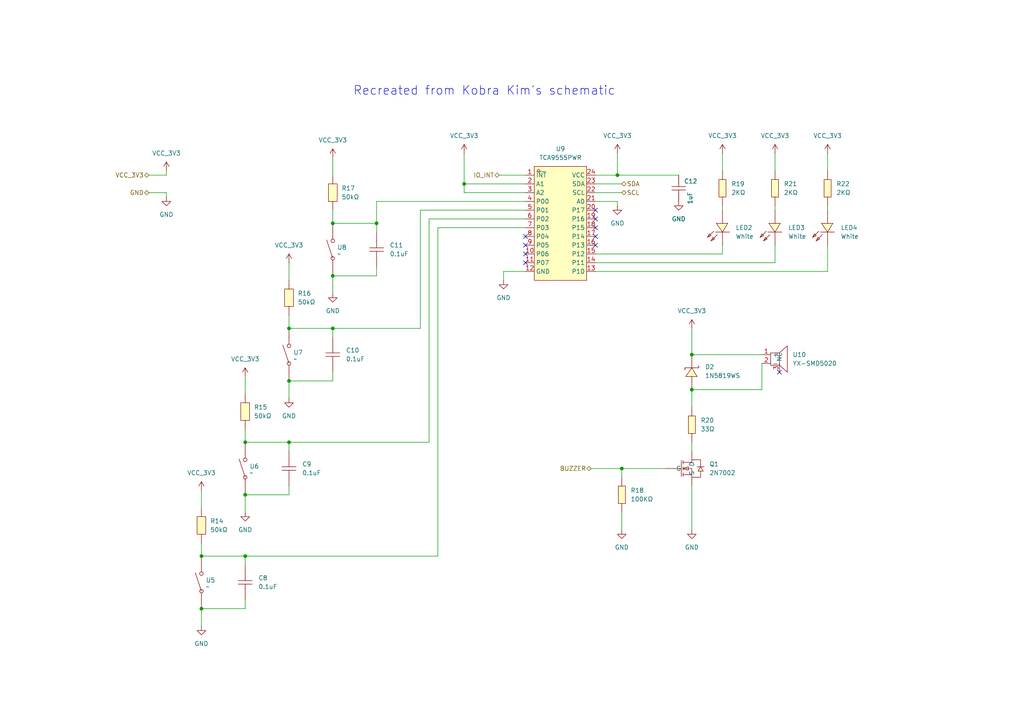
<source format=kicad_sch>
(kicad_sch (version 20250114) (generator "eeschema") (generator_version "9.0")
  (paper "A4")
  (title_block (title "IO/LED/Buzzer"))
  (lib_symbols
    (symbol "CL10A105KO8NNNC_1" (pin_numbers (hide yes)) (pin_names (hide yes))
      (property "Reference" "C" (at 0 5.08 0))
      (property "Value" "CL10A105KO8NNNC" (at 0 -5.08 0))
      (symbol "CL10A105KO8NNNC_1_0_1"
        (polyline (pts (xy -1.27 0) (xy -0.51 0)))
        (polyline (pts (xy -0.51 2.03) (xy -0.51 -2.03)))
        (polyline (pts (xy 0.51 2.03) (xy 0.51 -2.03)))
        (polyline (pts (xy 0.51 0) (xy 1.27 0)))
        (pin input line (at -3.81 0 0) (length 2.54) (name "1") (number "1"))
        (pin input line (at 3.81 0 180) (length 2.54) (name "2") (number "2"))
      )
    )
    (symbol "JLCPCB:0603WAF1003T5E" (pin_numbers (hide yes)) (pin_names (hide yes))
      (property "Reference" "R" (at 0 5.08 0))
      (property "Value" "0603WAF1003T5E" (at 0 -5.08 0))
      (symbol "0603WAF1003T5E_0_1"
        (rectangle (start -2.54 1.02) (end 2.54 -1.02) (fill (type background)))
        (pin input line (at -5.08 0 0) (length 2.54) (name "1") (number "1"))
        (pin input line (at 5.08 0 180) (length 2.54) (name "2") (number "2"))
      )
    )
    (symbol "JLCPCB:0603WAF2001T5E" (pin_numbers (hide yes)) (pin_names (hide yes))
      (property "Reference" "R" (at 0 5.08 0))
      (property "Value" "0603WAF2001T5E" (at 0 -5.08 0))
      (symbol "0603WAF2001T5E_0_1"
        (rectangle (start -2.54 1.02) (end 2.54 -1.02) (fill (type background)))
        (pin input line (at -5.08 0 0) (length 2.54) (name "1") (number "1"))
        (pin input line (at 5.08 0 180) (length 2.54) (name "2") (number "2"))
      )
    )
    (symbol "JLCPCB:0603WAF330JT5E" (pin_numbers (hide yes)) (pin_names (hide yes))
      (property "Reference" "R" (at 0 5.08 0))
      (property "Value" "0603WAF330JT5E" (at 0 -5.08 0))
      (symbol "0603WAF330JT5E_0_1"
        (rectangle (start -2.54 1.02) (end 2.54 -1.02) (fill (type background)))
        (pin input line (at -5.08 0 0) (length 2.54) (name "1") (number "1"))
        (pin input line (at 5.08 0 180) (length 2.54) (name "2") (number "2"))
      )
    )
    (symbol "JLCPCB:0603Whitelight_C2290" (pin_numbers (hide yes)) (pin_names (hide yes))
      (property "Reference" "LED" (at 0 3.81 0))
      (property "Value" "0603White light_C2290" (at 0 -6.35 0))
      (symbol "0603Whitelight_C2290_0_1"
        (polyline (pts (xy -3.81 2.03) (xy -2.79 1.52) (xy -3.3 1.02) (xy -3.81 2.03)) (fill (type background)))
        (polyline (pts (xy -2.79 3.05) (xy -1.78 2.54) (xy -2.29 2.03) (xy -2.79 3.05)) (fill (type background)))
        (polyline (pts (xy -2.03 0.25) (xy -3.81 2.03)))
        (polyline (pts (xy -1.27 0.76) (xy -1.27 -3.3)))
        (polyline (pts (xy -1.02 1.27) (xy -2.79 3.05)))
        (polyline (pts (xy 1.27 -2.79) (xy -1.27 -1.27) (xy 1.27 0.51) (xy 1.27 -2.79)) (fill (type background)))
        (pin unspecified line (at -5.08 -1.27 0) (length 3.81) (name "K") (number "2"))
        (pin unspecified line (at 5.08 -1.27 180) (length 3.81) (name "A") (number "1"))
      )
    )
    (symbol "JLCPCB:1N5819WS" (pin_numbers (hide yes)) (pin_names (hide yes))
      (property "Reference" "D" (at 0 5.08 0))
      (property "Value" "1N5819WS" (at 0 -5.08 0))
      (symbol "1N5819WS_0_1"
        (polyline (pts (xy -1.27 0) (xy -1.27 2.03) (xy -1.78 2.03) (xy -1.78 1.78)))
        (polyline (pts (xy -1.27 0) (xy -1.27 -2.03) (xy -0.76 -2.03) (xy -0.76 -1.78)))
        (polyline (pts (xy 1.27 1.52) (xy -1.27 0) (xy 1.27 -1.78) (xy 1.27 1.52)) (fill (type background)))
        (pin unspecified line (at -5.08 0 0) (length 3.81) (name "K") (number "1"))
        (pin unspecified line (at 5.08 0 180) (length 3.81) (name "A") (number "2"))
      )
    )
    (symbol "JLCPCB:2N7002" (pin_numbers (hide yes))
      (property "Reference" "Q" (at 0 10.16 0))
      (property "Value" "2N7002" (at 0 -10.16 0))
      (symbol "2N7002_0_1"
        (polyline (pts (xy -2.54 0) (xy -0.51 0)))
        (polyline (pts (xy -0.51 2.29) (xy -0.51 -2.29)))
        (polyline (pts (xy 0 2.29) (xy 0 1.27)))
        (polyline (pts (xy 0 1.78) (xy 2.54 1.78) (xy 2.54 2.54) (xy 5.08 2.54) (xy 5.08 0.51)))
        (polyline (pts (xy 0 0) (xy 1.52 -0.51) (xy 1.52 0.51) (xy 0 0)) (fill (type background)))
        (polyline (pts (xy 0 0) (xy 2.54 0) (xy 2.54 -2.54) (xy 5.08 -2.54) (xy 5.08 -0.76)))
        (polyline (pts (xy 0 -0.51) (xy 0 0.51)))
        (polyline (pts (xy 0 -2.29) (xy 0 -1.27)))
        (polyline (pts (xy 2.54 -1.78) (xy 0 -1.78)))
        (polyline (pts (xy 5.08 0.51) (xy 4.32 -0.76) (xy 5.84 -0.76) (xy 5.08 0.51)) (fill (type background)))
        (polyline (pts (xy 6.1 0.51) (xy 5.59 0.51) (xy 4.57 0.51) (xy 4.06 0.51)))
        (pin unspecified line (at -5.08 0 0) (length 2.54) (name "G") (number "1"))
        (pin unspecified line (at 2.54 5.08 270) (length 2.54) (name "D") (number "3"))
        (pin unspecified line (at 2.54 -5.08 90) (length 2.54) (name "S") (number "2"))
      )
    )
    (symbol "JLCPCB:CC0603KRX7R9BB104" (pin_numbers (hide yes)) (pin_names (hide yes))
      (property "Reference" "C" (at 0 5.08 0))
      (property "Value" "CC0603KRX7R9BB104" (at 0 -5.08 0))
      (symbol "CC0603KRX7R9BB104_0_1"
        (polyline (pts (xy -0.51 0) (xy -2.54 0)))
        (polyline (pts (xy -0.51 -2.03) (xy -0.51 2.03)))
        (polyline (pts (xy 0.51 2.03) (xy 0.51 -2.03)))
        (polyline (pts (xy 2.54 0) (xy 0.51 0)))
        (pin unspecified line (at -5.08 0 0) (length 2.54) (name "1") (number "1"))
        (pin unspecified line (at 5.08 0 180) (length 2.54) (name "2") (number "2"))
      )
    )
    (symbol "JLCPCB:K2-1109DF-E4SW-04" (pin_numbers (hide yes)) (pin_names (hide yes))
      (property "Reference" "U" (at 0 5.08 0))
      (property "Value" "K2-1109DF-E4SW-04" (at 0 -5.08 0))
      (symbol "K2-1109DF-E4SW-04_0_1"
        (polyline (pts (xy -3.05 0) (xy -5.08 0)))
        (circle (center -2.54 0) (radius 0.51))
        (polyline (pts (xy -2.54 0) (xy 2.79 1.78)))
        (circle (center 2.54 0) (radius 0.51))
        (polyline (pts (xy 3.05 0) (xy 5.08 0)))
        (pin unspecified line (at -7.62 0 0) (length 2.54) (name "1") (number "1"))
        (pin unspecified line (at 7.62 0 180) (length 2.54) (name "2") (number "2"))
      )
    )
    (symbol "JLCPCB:RT0603BRD0750KL" (pin_numbers (hide yes)) (pin_names (hide yes))
      (property "Reference" "R" (at 0 5.08 0))
      (property "Value" "RT0603BRD0750KL" (at 0 -5.08 0))
      (symbol "RT0603BRD0750KL_0_1"
        (rectangle (start -2.54 1.27) (end 2.54 -1.27) (fill (type background)))
        (pin unspecified line (at -5.08 0 0) (length 2.54) (name "1") (number "1"))
        (pin unspecified line (at 5.08 0 180) (length 2.54) (name "2") (number "2"))
      )
    )
    (symbol "JLCPCB:TCA9555PWR"
      (property "Reference" "U" (at 0 19.05 0))
      (property "Value" "TCA9555PWR" (at 0 -19.05 0))
      (symbol "TCA9555PWR_0_1"
        (rectangle (start -7.62 16.51) (end 7.62 -16.51) (fill (type background)))
        (circle (center -6.35 15.24) (radius 0.38))
        (pin unspecified line (at -10.16 13.97 0) (length 2.54) (name "~{INT}") (number "1"))
        (pin unspecified line (at -10.16 11.43 0) (length 2.54) (name "A1") (number "2"))
        (pin unspecified line (at -10.16 8.89 0) (length 2.54) (name "A2") (number "3"))
        (pin unspecified line (at -10.16 6.35 0) (length 2.54) (name "P00") (number "4"))
        (pin unspecified line (at -10.16 3.81 0) (length 2.54) (name "P01") (number "5"))
        (pin unspecified line (at -10.16 1.27 0) (length 2.54) (name "P02") (number "6"))
        (pin unspecified line (at -10.16 -1.27 0) (length 2.54) (name "P03") (number "7"))
        (pin unspecified line (at -10.16 -3.81 0) (length 2.54) (name "P04") (number "8"))
        (pin unspecified line (at -10.16 -6.35 0) (length 2.54) (name "P05") (number "9"))
        (pin unspecified line (at -10.16 -8.89 0) (length 2.54) (name "P06") (number "10"))
        (pin unspecified line (at -10.16 -11.43 0) (length 2.54) (name "P07") (number "11"))
        (pin unspecified line (at -10.16 -13.97 0) (length 2.54) (name "GND") (number "12"))
        (pin unspecified line (at 10.16 13.97 180) (length 2.54) (name "VCC") (number "24"))
        (pin unspecified line (at 10.16 11.43 180) (length 2.54) (name "SDA") (number "23"))
        (pin unspecified line (at 10.16 8.89 180) (length 2.54) (name "SCL") (number "22"))
        (pin unspecified line (at 10.16 6.35 180) (length 2.54) (name "A0") (number "21"))
        (pin unspecified line (at 10.16 3.81 180) (length 2.54) (name "P17") (number "20"))
        (pin unspecified line (at 10.16 1.27 180) (length 2.54) (name "P16") (number "19"))
        (pin unspecified line (at 10.16 -1.27 180) (length 2.54) (name "P15") (number "18"))
        (pin unspecified line (at 10.16 -3.81 180) (length 2.54) (name "P14") (number "17"))
        (pin unspecified line (at 10.16 -6.35 180) (length 2.54) (name "P13") (number "16"))
        (pin unspecified line (at 10.16 -8.89 180) (length 2.54) (name "P12") (number "15"))
        (pin unspecified line (at 10.16 -11.43 180) (length 2.54) (name "P11") (number "14"))
        (pin unspecified line (at 10.16 -13.97 180) (length 2.54) (name "P10") (number "13"))
      )
    )
    (symbol "JLCPCB:YX-SMD5020"
      (property "Reference" "U" (at 0 5.08 0))
      (property "Value" "YX-SMD5020" (at 0 -10.16 0))
      (symbol "YX-SMD5020_0_1"
        (polyline (pts (xy -2.54 0.51) (xy -2.54 -3.05)))
        (polyline (pts (xy -2.54 0.51) (xy 0 0.51)))
        (polyline (pts (xy -2.54 -3.05) (xy 0 -3.05)))
        (polyline (pts (xy 0 0.51) (xy 0 -3.05)))
        (polyline (pts (xy 0 -3.05) (xy 2.29 -5.08)))
        (polyline (pts (xy 2.29 2.54) (xy 0 0.51)))
        (polyline (pts (xy 2.29 2.54) (xy 2.29 -5.08)))
        (pin unspecified line (at -5.08 0 0) (length 2.54) (name "+") (number "1"))
        (pin unspecified line (at -5.08 -2.54 0) (length 2.54) (name "-") (number "2"))
        (pin unspecified line (at 0 -5.08 90) (length 2.54) (name "NC") (number "3"))
      )
    )
    (symbol "power:GND" (power) (pin_numbers (hide yes)) (pin_names (offset 0) (hide yes))
      (property "Value" "GND" (at 0 -3.81 0))
      (symbol "GND_0_1"
        (polyline (pts (xy 0 0) (xy 0 -1.27) (xy 1.27 -1.27) (xy 0 -2.54) (xy -1.27 -1.27) (xy 0 -1.27)))
      )
      (symbol "GND_1_1"
        (pin power_in line (at 0 0 270) (length 0) (name "~") (number "1"))
      )
    )
    (symbol "power:VCC" (power) (pin_numbers (hide yes)) (pin_names (offset 0) (hide yes))
      (property "Value" "VCC" (at 0 3.556 0))
      (symbol "VCC_0_1"
        (polyline (pts (xy -0.762 1.27) (xy 0 2.54)))
        (polyline (pts (xy 0 2.54) (xy 0.762 1.27)))
        (polyline (pts (xy 0 0) (xy 0 2.54)))
      )
      (symbol "VCC_1_1"
        (pin power_in line (at 0 0 90) (length 0) (name "~") (number "1"))
      )
    )
  )
  (text "Recreated from Kobra Kim's schematic" (at 140.462 26.416 0) (effects (font (size 2.54 2.54))))
  (junction (at 200.66 113.03))
  (junction (at 71.12 161.29))
  (junction (at 96.52 64.77))
  (junction (at 180.34 135.89))
  (junction (at 71.12 128.27))
  (junction (at 58.42 176.53))
  (junction (at 134.62 53.34))
  (junction (at 200.66 102.87))
  (junction (at 83.82 110.49))
  (junction (at 71.12 143.51))
  (junction (at 96.52 95.25))
  (junction (at 109.22 64.77))
  (junction (at 83.82 128.27))
  (junction (at 179.07 50.8))
  (junction (at 96.52 80.01))
  (junction (at 83.82 95.25))
  (junction (at 58.42 161.29))
  (no_connect (at 172.72 63.5))
  (no_connect (at 152.4 71.12))
  (no_connect (at 172.72 60.96))
  (no_connect (at 172.72 68.58))
  (no_connect (at 152.4 76.2))
  (no_connect (at 152.4 73.66))
  (no_connect (at 226.06 107.95))
  (no_connect (at 172.72 71.12))
  (no_connect (at 152.4 68.58))
  (no_connect (at 172.72 66.04))
  (wire (pts (xy 43.18 50.8) (xy 48.26 50.8)))
  (wire (pts (xy 146.05 78.74) (xy 146.05 81.28)))
  (wire (pts (xy 180.34 148.59) (xy 180.34 153.67)))
  (wire (pts (xy 109.22 80.01) (xy 96.52 80.01)))
  (wire (pts (xy 179.07 50.8) (xy 179.07 44.45)))
  (wire (pts (xy 172.72 55.88) (xy 180.34 55.88)))
  (wire (pts (xy 193.04 135.89) (xy 180.34 135.89)))
  (wire (pts (xy 109.22 67.31) (xy 109.22 64.77)))
  (wire (pts (xy 124.46 128.27) (xy 83.82 128.27)))
  (wire (pts (xy 83.82 143.51) (xy 71.12 143.51)))
  (wire (pts (xy 121.92 60.96) (xy 121.92 95.25)))
  (wire (pts (xy 48.26 57.15) (xy 48.26 55.88)))
  (wire (pts (xy 224.79 71.12) (xy 224.79 76.2)))
  (wire (pts (xy 109.22 77.47) (xy 109.22 80.01)))
  (wire (pts (xy 71.12 176.53) (xy 58.42 176.53)))
  (wire (pts (xy 71.12 143.51) (xy 71.12 148.59)))
  (wire (pts (xy 200.66 102.87) (xy 220.98 102.87)))
  (wire (pts (xy 109.22 58.42) (xy 109.22 64.77)))
  (wire (pts (xy 240.03 78.74) (xy 240.03 71.12)))
  (wire (pts (xy 152.4 78.74) (xy 146.05 78.74)))
  (wire (pts (xy 43.18 55.88) (xy 48.26 55.88)))
  (wire (pts (xy 134.62 44.45) (xy 134.62 53.34)))
  (wire (pts (xy 209.55 73.66) (xy 209.55 71.12)))
  (wire (pts (xy 209.55 59.69) (xy 209.55 60.96)))
  (wire (pts (xy 224.79 59.69) (xy 224.79 60.96)))
  (wire (pts (xy 96.52 60.96) (xy 96.52 64.77)))
  (wire (pts (xy 83.82 130.81) (xy 83.82 128.27)))
  (wire (pts (xy 171.45 135.89) (xy 180.34 135.89)))
  (wire (pts (xy 96.52 45.72) (xy 96.52 50.8)))
  (wire (pts (xy 200.66 95.25) (xy 200.66 102.87)))
  (wire (pts (xy 96.52 107.95) (xy 96.52 110.49)))
  (wire (pts (xy 172.72 76.2) (xy 224.79 76.2)))
  (wire (pts (xy 240.03 59.69) (xy 240.03 60.96)))
  (wire (pts (xy 83.82 140.97) (xy 83.82 143.51)))
  (wire (pts (xy 172.72 58.42) (xy 179.07 58.42)))
  (wire (pts (xy 152.4 60.96) (xy 121.92 60.96)))
  (wire (pts (xy 172.72 78.74) (xy 240.03 78.74)))
  (wire (pts (xy 48.26 49.53) (xy 48.26 50.8)))
  (wire (pts (xy 224.79 44.45) (xy 224.79 49.53)))
  (wire (pts (xy 200.66 140.97) (xy 200.66 153.67)))
  (wire (pts (xy 58.42 142.24) (xy 58.42 147.32)))
  (wire (pts (xy 240.03 44.45) (xy 240.03 49.53)))
  (wire (pts (xy 71.12 161.29) (xy 58.42 161.29)))
  (wire (pts (xy 96.52 97.79) (xy 96.52 95.25)))
  (wire (pts (xy 58.42 157.48) (xy 58.42 161.29)))
  (wire (pts (xy 152.4 66.04) (xy 127 66.04)))
  (wire (pts (xy 134.62 53.34) (xy 134.62 55.88)))
  (wire (pts (xy 71.12 124.46) (xy 71.12 128.27)))
  (wire (pts (xy 152.4 53.34) (xy 134.62 53.34)))
  (wire (pts (xy 71.12 163.83) (xy 71.12 161.29)))
  (wire (pts (xy 121.92 95.25) (xy 96.52 95.25)))
  (wire (pts (xy 124.46 63.5) (xy 124.46 128.27)))
  (wire (pts (xy 127 66.04) (xy 127 161.29)))
  (wire (pts (xy 220.98 105.41) (xy 220.98 113.03)))
  (wire (pts (xy 179.07 58.42) (xy 179.07 59.69)))
  (wire (pts (xy 180.34 135.89) (xy 180.34 138.43)))
  (wire (pts (xy 172.72 53.34) (xy 180.34 53.34)))
  (wire (pts (xy 152.4 58.42) (xy 109.22 58.42)))
  (wire (pts (xy 127 161.29) (xy 71.12 161.29)))
  (wire (pts (xy 58.42 176.53) (xy 58.42 181.61)))
  (wire (pts (xy 179.07 50.8) (xy 196.85 50.8)))
  (wire (pts (xy 134.62 55.88) (xy 152.4 55.88)))
  (wire (pts (xy 109.22 64.77) (xy 96.52 64.77)))
  (wire (pts (xy 144.78 50.8) (xy 152.4 50.8)))
  (wire (pts (xy 96.52 110.49) (xy 83.82 110.49)))
  (wire (pts (xy 200.66 113.03) (xy 200.66 118.11)))
  (wire (pts (xy 83.82 110.49) (xy 83.82 115.57)))
  (wire (pts (xy 152.4 63.5) (xy 124.46 63.5)))
  (wire (pts (xy 220.98 113.03) (xy 200.66 113.03)))
  (wire (pts (xy 71.12 109.22) (xy 71.12 114.3)))
  (wire (pts (xy 200.66 128.27) (xy 200.66 130.81)))
  (wire (pts (xy 83.82 128.27) (xy 71.12 128.27)))
  (wire (pts (xy 96.52 95.25) (xy 83.82 95.25)))
  (wire (pts (xy 96.52 80.01) (xy 96.52 85.09)))
  (wire (pts (xy 172.72 50.8) (xy 179.07 50.8)))
  (wire (pts (xy 71.12 173.99) (xy 71.12 176.53)))
  (wire (pts (xy 209.55 44.45) (xy 209.55 49.53)))
  (wire (pts (xy 172.72 73.66) (xy 209.55 73.66)))
  (wire (pts (xy 83.82 76.2) (xy 83.82 81.28)))
  (wire (pts (xy 83.82 91.44) (xy 83.82 95.25)))
  (hierarchical_label "VCC_3V3" (shape bidirectional) (at 43.18 50.8 180))
  (hierarchical_label "BUZZER" (shape bidirectional) (at 171.45 135.89 180))
  (hierarchical_label "SCL" (shape bidirectional) (at 180.34 55.88 0))
  (hierarchical_label "GND" (shape bidirectional) (at 43.18 55.88 180))
  (hierarchical_label "SDA" (shape bidirectional) (at 180.34 53.34 0))
  (hierarchical_label "IO_INT" (shape bidirectional) (at 144.78 50.8 180))
  (symbol (lib_id "JLCPCB:K2-1109DF-E4SW-04") (at 71.12 135.89 90) (unit 1)
    (property "Reference" "U6" (at 72.39 135.2549 90) (effects (justify right)))
    (property "Value" "~" (at 72.39 137.16 90) (effects (justify right)))
    (property "Footprint" "imported:SW-TH_HRO_K2-1109DF-EXXW-XX" (effects (hide yes)))
    (property "LCSC Part" "C2909684" (effects (hide yes)))
    (property "MPN" "K2-1109DF-E4SW-04" (effects (hide yes)))
  )
  (symbol (lib_id "JLCPCB:CC0603KRX7R9BB104") (at 109.22 72.39 90) (unit 1)
    (property "Reference" "C11" (at 113.03 71.1199 90) (effects (justify right)))
    (property "Value" "0.1uF" (at 113.03 73.6599 90) (effects (justify right)))
    (property "Footprint" "imported:C0603" (effects (hide yes)))
    (property "Datasheet" "https://lcsc.com/product-detail/Multilayer-Ceramic-Capacitors-MLCC-SMD-SMT_100nF-104-10-50V_C14663.html" (effects (hide yes)))
    (property "LCSC Part" "C14663" (effects (hide yes)))
    (property "MPN" "CC0603KRX7R9BB104" (effects (hide yes)))
  )
  (symbol (lib_id "power:GND") (at 179.07 59.69 0) (unit 1)
    (property "Reference" "#PWR050" (effects (hide yes)))
    (property "Value" "GND" (at 179.07 64.77 0))
    (property "Description" "Power symbol creates a global label with name \"GND\" , ground" (effects (hide yes)))
  )
  (symbol (lib_id "JLCPCB:2N7002") (at 198.12 135.89 0) (unit 1)
    (property "Reference" "Q1" (at 205.74 134.6199 0) (effects (justify left)))
    (property "Value" "2N7002" (at 205.74 137.1599 0) (effects (justify left)))
    (property "Footprint" "imported:SOT-23-3_L2.9-W1.3-P1.90-LS2.4-BR" (effects (hide yes)))
    (property "Datasheet" "https://lcsc.com/product-detail/MOSFET_2N7002-7002_C8545.html" (effects (hide yes)))
    (property "LCSC Part" "C8545" (effects (hide yes)))
    (property "FT Rotation Offset" "180" (effects (hide yes)))
  )
  (symbol (lib_id "JLCPCB:1N5819WS") (at 200.66 107.95 270) (unit 1)
    (property "Reference" "D2" (at 204.47 106.4249 90) (effects (justify left)))
    (property "Value" "1N5819WS" (at 204.47 108.9649 90) (effects (justify left)))
    (property "Footprint" "imported:SOD-323_L1.8-W1.3-LS2.5-RD" (effects (hide yes)))
    (property "Datasheet" "https://lcsc.com/product-detail/Others_B5819WS_C191023.html" (effects (hide yes)))
    (property "LCSC Part" "C191023" (effects (hide yes)))
  )
  (symbol (lib_id "JLCPCB:TCA9555PWR") (at 162.56 64.77 0) (unit 1)
    (property "Reference" "U9" (at 162.56 43.18 0))
    (property "Value" "TCA9555PWR" (at 162.56 45.72 0))
    (property "Footprint" "imported:TSSOP-24_L7.8-W4.4-P0.65-LS6.4-BL" (effects (hide yes)))
    (property "Datasheet" "https://lcsc.com/product-detail/Interface-I-O-Expanders_Texas-Instruments-Texas-Instruments-TCA9555PWR_C465732.html" (effects (hide yes)))
    (property "LCSC Part" "C465732" (effects (hide yes)))
    (property "MPN" "TCA9555PWR" (effects (hide yes)))
    (property "FT Rotation Offset" "90" (effects (hide yes)))
  )
  (symbol (lib_id "JLCPCB:0603Whitelight_C2290") (at 208.28 66.04 90) (unit 1)
    (property "Reference" "LED2" (at 213.36 66.0399 90) (effects (justify right)))
    (property "Value" "White" (at 213.36 68.5799 90) (effects (justify right)))
    (property "Footprint" "imported:LED0603-R-RD_WHITE" (effects (hide yes)))
    (property "Datasheet" "https://lcsc.com/product-detail/Light-Emitting-Diodes-LED_0603White-light_C2290.html" (effects (hide yes)))
    (property "LCSC Part" "C2290" (effects (hide yes)))
  )
  (symbol (lib_id "JLCPCB:K2-1109DF-E4SW-04") (at 96.52 72.39 90) (unit 1)
    (property "Reference" "U8" (at 97.79 71.7549 90) (effects (justify right)))
    (property "Value" "~" (at 97.79 73.66 90) (effects (justify right)))
    (property "Footprint" "imported:SW-TH_HRO_K2-1109DF-EXXW-XX" (effects (hide yes)))
    (property "LCSC Part" "C2909684" (effects (hide yes)))
    (property "MPN" "K2-1109DF-E4SW-04" (effects (hide yes)))
  )
  (symbol (lib_id "power:VCC") (at 240.03 44.45 0) (unit 1)
    (property "Reference" "#PWR056" (effects (hide yes)))
    (property "Value" "VCC_3V3" (at 240.03 39.37 0))
    (property "Description" "Power symbol creates a global label with name \"VCC\"" (effects (hide yes)))
  )
  (symbol (lib_id "power:VCC") (at 224.79 44.45 0) (unit 1)
    (property "Reference" "#PWR055" (effects (hide yes)))
    (property "Value" "VCC_3V3" (at 224.79 39.37 0))
    (property "Description" "Power symbol creates a global label with name \"VCC\"" (effects (hide yes)))
  )
  (symbol (lib_id "power:VCC") (at 209.55 44.45 0) (unit 1)
    (property "Reference" "#PWR052" (effects (hide yes)))
    (property "Value" "VCC_3V3" (at 209.55 39.37 0))
    (property "Description" "Power symbol creates a global label with name \"VCC\"" (effects (hide yes)))
  )
  (symbol (lib_id "power:VCC") (at 134.62 44.45 0) (unit 1)
    (property "Reference" "#PWR047" (effects (hide yes)))
    (property "Value" "VCC_3V3" (at 134.62 39.37 0))
    (property "Description" "Power symbol creates a global label with name \"VCC\"" (effects (hide yes)))
  )
  (symbol (lib_id "JLCPCB:0603WAF330JT5E") (at 200.66 123.19 90) (unit 1)
    (property "Reference" "R20" (at 203.2 121.9199 90) (effects (justify right)))
    (property "Value" "33Ω" (at 203.2 124.4599 90) (effects (justify right)))
    (property "Footprint" "imported:R0603" (effects (hide yes)))
    (property "Datasheet" "https://lcsc.com/product-detail/Chip-Resistor-Surface-Mount-UniOhm_33R-33R0-1_C23140.html" (effects (hide yes)))
    (property "LCSC Part" "C23140" (effects (hide yes)))
    (property "MPN" "0603WAF330JT5E" (effects (hide yes)))
  )
  (symbol (lib_id "JLCPCB:CC0603KRX7R9BB104") (at 96.52 102.87 90) (unit 1)
    (property "Reference" "C10" (at 100.33 101.5999 90) (effects (justify right)))
    (property "Value" "0.1uF" (at 100.33 104.1399 90) (effects (justify right)))
    (property "Footprint" "imported:C0603" (effects (hide yes)))
    (property "Datasheet" "https://lcsc.com/product-detail/Multilayer-Ceramic-Capacitors-MLCC-SMD-SMT_100nF-104-10-50V_C14663.html" (effects (hide yes)))
    (property "LCSC Part" "C14663" (effects (hide yes)))
    (property "MPN" "CC0603KRX7R9BB104" (effects (hide yes)))
  )
  (symbol (lib_id "power:VCC") (at 96.52 45.72 0) (unit 1)
    (property "Reference" "#PWR045" (effects (hide yes)))
    (property "Value" "VCC_3V3" (at 96.52 40.64 0))
    (property "Description" "Power symbol creates a global label with name \"VCC\"" (effects (hide yes)))
  )
  (symbol (lib_id "power:GND") (at 196.85 58.42 0) (unit 1)
    (property "Reference" "#PWR057" (effects (hide yes)))
    (property "Value" "GND" (at 196.85 63.5 0))
    (property "Description" "Power symbol creates a global label with name \"GND\" , ground" (effects (hide yes)))
  )
  (symbol (lib_id "power:VCC") (at 83.82 76.2 0) (unit 1)
    (property "Reference" "#PWR043" (effects (hide yes)))
    (property "Value" "VCC_3V3" (at 83.82 71.12 0))
    (property "Description" "Power symbol creates a global label with name \"VCC\"" (effects (hide yes)))
  )
  (symbol (lib_id "power:GND") (at 200.66 153.67 0) (unit 1)
    (property "Reference" "#PWR054" (effects (hide yes)))
    (property "Value" "GND" (at 200.66 158.75 0))
    (property "Description" "Power symbol creates a global label with name \"GND\" , ground" (effects (hide yes)))
  )
  (symbol (lib_id "JLCPCB:0603WAF2001T5E") (at 224.79 54.61 90) (unit 1)
    (property "Reference" "R21" (at 227.33 53.3399 90) (effects (justify right)))
    (property "Value" "2KΩ" (at 227.33 55.8799 90) (effects (justify right)))
    (property "Footprint" "imported:R0603" (effects (hide yes)))
    (property "Datasheet" "https://lcsc.com/product-detail/Chip-Resistor-Surface-Mount-UniOhm_2KR-2001-1_C22975.html" (effects (hide yes)))
    (property "LCSC Part" "C22975" (effects (hide yes)))
    (property "MPN" "0603WAF2001T5E" (effects (hide yes)))
  )
  (symbol (lib_id "power:GND") (at 71.12 148.59 0) (unit 1)
    (property "Reference" "#PWR042" (effects (hide yes)))
    (property "Value" "GND" (at 71.12 153.67 0))
    (property "Description" "Power symbol creates a global label with name \"GND\" , ground" (effects (hide yes)))
  )
  (symbol (lib_id "JLCPCB:0603Whitelight_C2290") (at 223.52 66.04 90) (unit 1)
    (property "Reference" "LED3" (at 228.6 66.0399 90) (effects (justify right)))
    (property "Value" "White" (at 228.6 68.5799 90) (effects (justify right)))
    (property "Footprint" "imported:LED0603-R-RD_WHITE" (effects (hide yes)))
    (property "Datasheet" "https://lcsc.com/product-detail/Light-Emitting-Diodes-LED_0603White-light_C2290.html" (effects (hide yes)))
    (property "LCSC Part" "C2290" (effects (hide yes)))
  )
  (symbol (lib_id "JLCPCB:0603Whitelight_C2290") (at 238.76 66.04 90) (unit 1)
    (property "Reference" "LED4" (at 243.84 66.0399 90) (effects (justify right)))
    (property "Value" "White" (at 243.84 68.5799 90) (effects (justify right)))
    (property "Footprint" "imported:LED0603-R-RD_WHITE" (effects (hide yes)))
    (property "Datasheet" "https://lcsc.com/product-detail/Light-Emitting-Diodes-LED_0603White-light_C2290.html" (effects (hide yes)))
    (property "LCSC Part" "C2290" (effects (hide yes)))
  )
  (symbol (lib_name "CL10A105KO8NNNC_1") (lib_id "JLCPCB:CL10A105KO8NNNC") (at 196.85 54.61 90) (unit 1)
    (property "Reference" "C12" (at 198.374 52.578 90) (effects (justify right)))
    (property "Value" "1uF" (at 200.152 55.626 0) (effects (justify right)))
    (property "Footprint" "imported:C0603" (effects (hide yes)))
    (property "Datasheet" "https://lcsc.com/product-detail/Multilayer-Ceramic-Capacitors-MLCC-SMD-SMT_SAMSUNG_CL10A105KO8NNNC_1uF-105-10-16V_C1592.html" (effects (hide yes)))
    (property "LCSC Part" "C1592" (effects (hide yes)))
    (property "MPN" "CL10A105KO8NNNC" (effects (hide yes)))
  )
  (symbol (lib_id "power:VCC") (at 179.07 44.45 0) (unit 1)
    (property "Reference" "#PWR049" (effects (hide yes)))
    (property "Value" "VCC_3V3" (at 179.07 39.37 0))
    (property "Description" "Power symbol creates a global label with name \"VCC\"" (effects (hide yes)))
  )
  (symbol (lib_id "power:GND") (at 83.82 115.57 0) (unit 1)
    (property "Reference" "#PWR044" (effects (hide yes)))
    (property "Value" "GND" (at 83.82 120.65 0))
    (property "Description" "Power symbol creates a global label with name \"GND\" , ground" (effects (hide yes)))
  )
  (symbol (lib_id "JLCPCB:RT0603BRD0750KL") (at 71.12 119.38 270) (unit 1)
    (property "Reference" "R15" (at 73.66 118.1099 90) (effects (justify left)))
    (property "Value" "50kΩ" (at 73.66 120.6499 90) (effects (justify left)))
    (property "Footprint" "imported:R0603" (effects (hide yes)))
    (property "LCSC Part" "C861451" (effects (hide yes)))
    (property "MPN" "RT0603BRD0750KL" (effects (hide yes)))
  )
  (symbol (lib_id "power:GND") (at 58.42 181.61 0) (unit 1)
    (property "Reference" "#PWR040" (effects (hide yes)))
    (property "Value" "GND" (at 58.42 186.69 0))
    (property "Description" "Power symbol creates a global label with name \"GND\" , ground" (effects (hide yes)))
  )
  (symbol (lib_id "power:VCC") (at 48.26 49.53 0) (unit 1)
    (property "Reference" "#PWR037" (effects (hide yes)))
    (property "Value" "VCC_3V3" (at 48.26 44.45 0))
    (property "Description" "Power symbol creates a global label with name \"VCC\"" (effects (hide yes)))
  )
  (symbol (lib_id "power:GND") (at 96.52 85.09 0) (unit 1)
    (property "Reference" "#PWR046" (effects (hide yes)))
    (property "Value" "GND" (at 96.52 90.17 0))
    (property "Description" "Power symbol creates a global label with name \"GND\" , ground" (effects (hide yes)))
  )
  (symbol (lib_id "power:GND") (at 146.05 81.28 0) (unit 1)
    (property "Reference" "#PWR048" (effects (hide yes)))
    (property "Value" "GND" (at 146.05 86.36 0))
    (property "Description" "Power symbol creates a global label with name \"GND\" , ground" (effects (hide yes)))
  )
  (symbol (lib_id "JLCPCB:RT0603BRD0750KL") (at 83.82 86.36 270) (unit 1)
    (property "Reference" "R16" (at 86.36 85.0899 90) (effects (justify left)))
    (property "Value" "50kΩ" (at 86.36 87.6299 90) (effects (justify left)))
    (property "Footprint" "imported:R0603" (effects (hide yes)))
    (property "LCSC Part" "C861451" (effects (hide yes)))
    (property "MPN" "RT0603BRD0750KL" (effects (hide yes)))
  )
  (symbol (lib_id "JLCPCB:K2-1109DF-E4SW-04") (at 58.42 168.91 90) (unit 1)
    (property "Reference" "U5" (at 59.69 168.2749 90) (effects (justify right)))
    (property "Value" "~" (at 59.69 170.18 90) (effects (justify right)))
    (property "Footprint" "imported:SW-TH_HRO_K2-1109DF-EXXW-XX" (effects (hide yes)))
    (property "LCSC Part" "C2909684" (effects (hide yes)))
    (property "MPN" "K2-1109DF-E4SW-04" (effects (hide yes)))
  )
  (symbol (lib_id "power:VCC") (at 58.42 142.24 0) (unit 1)
    (property "Reference" "#PWR039" (effects (hide yes)))
    (property "Value" "VCC_3V3" (at 58.42 137.16 0))
    (property "Description" "Power symbol creates a global label with name \"VCC\"" (effects (hide yes)))
  )
  (symbol (lib_id "JLCPCB:0603WAF2001T5E") (at 209.55 54.61 90) (unit 1)
    (property "Reference" "R19" (at 212.09 53.3399 90) (effects (justify right)))
    (property "Value" "2KΩ" (at 212.09 55.8799 90) (effects (justify right)))
    (property "Footprint" "imported:R0603" (effects (hide yes)))
    (property "Datasheet" "https://lcsc.com/product-detail/Chip-Resistor-Surface-Mount-UniOhm_2KR-2001-1_C22975.html" (effects (hide yes)))
    (property "LCSC Part" "C22975" (effects (hide yes)))
    (property "MPN" "0603WAF2001T5E" (effects (hide yes)))
  )
  (symbol (lib_id "power:VCC") (at 200.66 95.25 0) (unit 1)
    (property "Reference" "#PWR053" (effects (hide yes)))
    (property "Value" "VCC_3V3" (at 200.66 90.17 0))
    (property "Description" "Power symbol creates a global label with name \"VCC\"" (effects (hide yes)))
  )
  (symbol (lib_id "power:VCC") (at 71.12 109.22 0) (unit 1)
    (property "Reference" "#PWR041" (effects (hide yes)))
    (property "Value" "VCC_3V3" (at 71.12 104.14 0))
    (property "Description" "Power symbol creates a global label with name \"VCC\"" (effects (hide yes)))
  )
  (symbol (lib_id "JLCPCB:K2-1109DF-E4SW-04") (at 83.82 102.87 90) (unit 1)
    (property "Reference" "U7" (at 85.09 102.2349 90) (effects (justify right)))
    (property "Value" "~" (at 85.09 104.14 90) (effects (justify right)))
    (property "Footprint" "imported:SW-TH_HRO_K2-1109DF-EXXW-XX" (effects (hide yes)))
    (property "LCSC Part" "C2909684" (effects (hide yes)))
    (property "MPN" "K2-1109DF-E4SW-04" (effects (hide yes)))
  )
  (symbol (lib_id "JLCPCB:0603WAF1003T5E") (at 180.34 143.51 90) (unit 1)
    (property "Reference" "R18" (at 182.88 142.2399 90) (effects (justify right)))
    (property "Value" "100KΩ" (at 182.88 144.7799 90) (effects (justify right)))
    (property "Footprint" "imported:R0603" (effects (hide yes)))
    (property "Datasheet" "https://lcsc.com/product-detail/Chip-Resistor-Surface-Mount-UniOhm_100KR-1003-1_C25803.html" (effects (hide yes)))
    (property "LCSC Part" "C25803" (effects (hide yes)))
    (property "MPN" "0603WAF1003T5E" (effects (hide yes)))
  )
  (symbol (lib_id "JLCPCB:RT0603BRD0750KL") (at 96.52 55.88 270) (unit 1)
    (property "Reference" "R17" (at 99.06 54.6099 90) (effects (justify left)))
    (property "Value" "50kΩ" (at 99.06 57.1499 90) (effects (justify left)))
    (property "Footprint" "imported:R0603" (effects (hide yes)))
    (property "LCSC Part" "C861451" (effects (hide yes)))
    (property "MPN" "RT0603BRD0750KL" (effects (hide yes)))
  )
  (symbol (lib_id "JLCPCB:CC0603KRX7R9BB104") (at 71.12 168.91 90) (unit 1)
    (property "Reference" "C8" (at 74.93 167.6399 90) (effects (justify right)))
    (property "Value" "0.1uF" (at 74.93 170.1799 90) (effects (justify right)))
    (property "Footprint" "imported:C0603" (effects (hide yes)))
    (property "Datasheet" "https://lcsc.com/product-detail/Multilayer-Ceramic-Capacitors-MLCC-SMD-SMT_100nF-104-10-50V_C14663.html" (effects (hide yes)))
    (property "LCSC Part" "C14663" (effects (hide yes)))
    (property "MPN" "CC0603KRX7R9BB104" (effects (hide yes)))
  )
  (symbol (lib_id "power:GND") (at 48.26 57.15 0) (unit 1)
    (property "Reference" "#PWR038" (effects (hide yes)))
    (property "Value" "GND" (at 48.26 62.23 0))
    (property "Description" "Power symbol creates a global label with name \"GND\" , ground" (effects (hide yes)))
  )
  (symbol (lib_id "JLCPCB:0603WAF2001T5E") (at 240.03 54.61 90) (unit 1)
    (property "Reference" "R22" (at 242.57 53.3399 90) (effects (justify right)))
    (property "Value" "2KΩ" (at 242.57 55.8799 90) (effects (justify right)))
    (property "Footprint" "imported:R0603" (effects (hide yes)))
    (property "Datasheet" "https://lcsc.com/product-detail/Chip-Resistor-Surface-Mount-UniOhm_2KR-2001-1_C22975.html" (effects (hide yes)))
    (property "LCSC Part" "C22975" (effects (hide yes)))
    (property "MPN" "0603WAF2001T5E" (effects (hide yes)))
  )
  (symbol (lib_id "power:GND") (at 180.34 153.67 0) (unit 1)
    (property "Reference" "#PWR051" (effects (hide yes)))
    (property "Value" "GND" (at 180.34 158.75 0))
    (property "Description" "Power symbol creates a global label with name \"GND\" , ground" (effects (hide yes)))
  )
  (symbol (lib_id "JLCPCB:RT0603BRD0750KL") (at 58.42 152.4 270) (unit 1)
    (property "Reference" "R14" (at 60.96 151.1299 90) (effects (justify left)))
    (property "Value" "50kΩ" (at 60.96 153.6699 90) (effects (justify left)))
    (property "Footprint" "imported:R0603" (effects (hide yes)))
    (property "LCSC Part" "C861451" (effects (hide yes)))
    (property "MPN" "RT0603BRD0750KL" (effects (hide yes)))
  )
  (symbol (lib_id "JLCPCB:CC0603KRX7R9BB104") (at 83.82 135.89 90) (unit 1)
    (property "Reference" "C9" (at 87.63 134.6199 90) (effects (justify right)))
    (property "Value" "0.1uF" (at 87.63 137.1599 90) (effects (justify right)))
    (property "Footprint" "imported:C0603" (effects (hide yes)))
    (property "Datasheet" "https://lcsc.com/product-detail/Multilayer-Ceramic-Capacitors-MLCC-SMD-SMT_100nF-104-10-50V_C14663.html" (effects (hide yes)))
    (property "LCSC Part" "C14663" (effects (hide yes)))
    (property "MPN" "CC0603KRX7R9BB104" (effects (hide yes)))
  )
  (symbol (lib_id "JLCPCB:YX-SMD5020") (at 226.06 102.87 0) (unit 1)
    (property "Reference" "U10" (at 229.87 102.8699 0) (effects (justify left)))
    (property "Value" "YX-SMD5020" (at 229.87 105.4099 0) (effects (justify left)))
    (property "Footprint" "imported:BUZ-SMD_3P_L5.0-W5.0-P3.50-TL" (effects (hide yes)))
    (property "LCSC Part" "C781883" (effects (hide yes)))
  )
)
</source>
